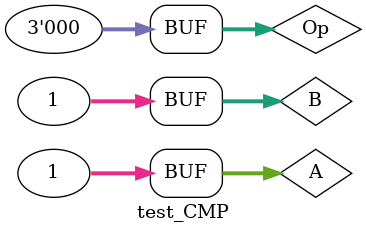
<source format=v>
`timescale 1ns / 1ps


module test_CMP;

	// Inputs
	reg [31:0] A;
	reg [31:0] B;
	reg [2:0] Op;

	// Outputs
	wire Br;

	// Instantiate the Unit Under Test (UUT)
	CMP uut (
		.A(A), 
		.B(B), 
		.Op(Op), 
		.Br(Br)
	);

	initial begin
		// Initialize Inputs
		A =1;
		B =1;
		Op = 0;

		// Wait 100 ns for global reset to finish
		#100;
        
		// Add stimulus here

	end
      
endmodule


</source>
